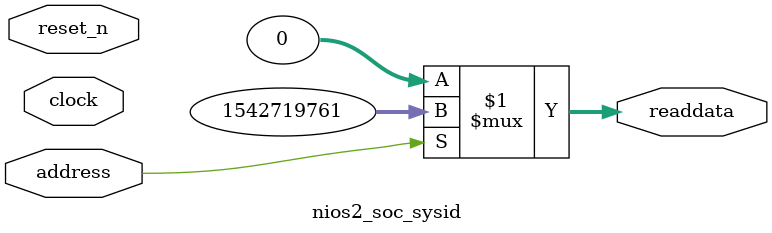
<source format=v>

`timescale 1ns / 1ps
// synthesis translate_on

// turn off superfluous verilog processor warnings 
// altera message_level Level1 
// altera message_off 10034 10035 10036 10037 10230 10240 10030 

module nios2_soc_sysid (
               // inputs:
                address,
                clock,
                reset_n,

               // outputs:
                readdata
             )
;

  output  [ 31: 0] readdata;
  input            address;
  input            clock;
  input            reset_n;

  wire    [ 31: 0] readdata;
  //control_slave, which is an e_avalon_slave
  assign readdata = address ? 1542719761 : 0;

endmodule




</source>
